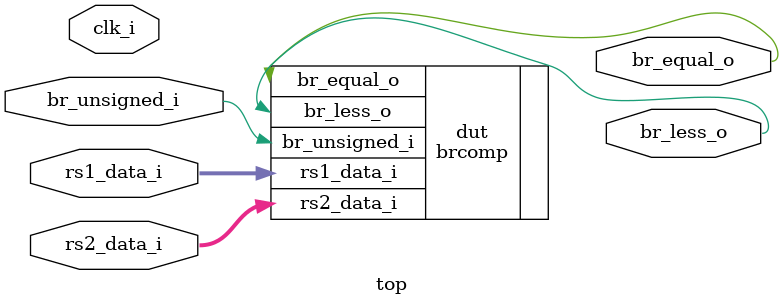
<source format=sv>
module top (
    //inputs
    input logic clk_i,
    input logic signed [31:0] rs1_data_i, rs2_data_i,
    input logic br_unsigned_i,
    //outputs
    output logic br_less_o, br_equal_o
);
brcomp dut (
    .rs1_data_i(rs1_data_i),
    .rs2_data_i(rs2_data_i),
    .br_unsigned_i(br_unsigned_i),
    .br_less_o(br_less_o),
    .br_equal_o(br_equal_o)
);
always @(posedge clk_i) begin
    
end
endmodule : top

</source>
